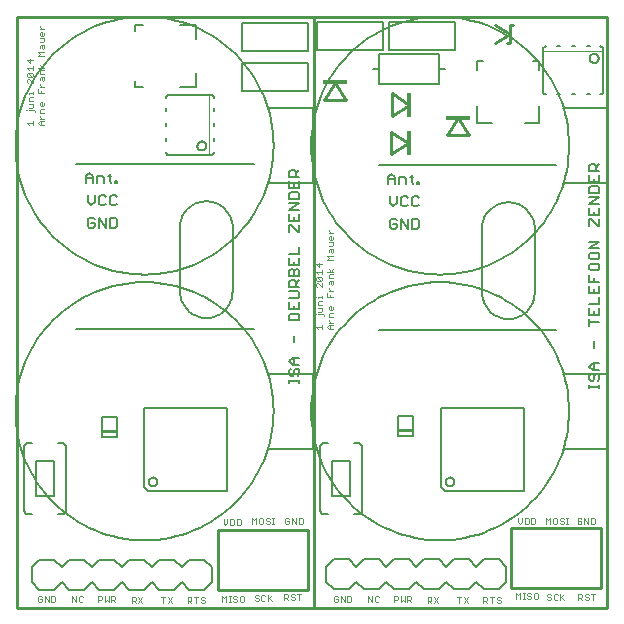
<source format=gto>
G75*
G70*
%OFA0B0*%
%FSLAX24Y24*%
%IPPOS*%
%LPD*%
%AMOC8*
5,1,8,0,0,1.08239X$1,22.5*
%
%ADD10C,0.0100*%
%ADD11C,0.0040*%
%ADD12C,0.0060*%
%ADD13C,0.0050*%
%ADD14C,0.0020*%
%ADD15R,0.0118X0.0827*%
%ADD16R,0.0827X0.0118*%
D10*
X001167Y000456D02*
X001167Y020131D01*
X020842Y020131D01*
X020842Y020156D01*
X020842Y020131D02*
X020842Y000456D01*
X001167Y000456D01*
X007855Y001050D02*
X007855Y003050D01*
X010855Y003050D01*
X010855Y001050D01*
X007855Y001050D01*
X011047Y000456D02*
X011047Y020126D01*
X011757Y017941D02*
X011383Y017370D01*
X012131Y017370D01*
X011757Y017941D01*
X013651Y017600D02*
X013651Y016852D01*
X014222Y017226D01*
X013651Y017600D01*
X013641Y016310D02*
X014212Y015936D01*
X013641Y015562D01*
X013641Y016310D01*
X015493Y016200D02*
X015867Y016771D01*
X016241Y016200D01*
X015493Y016200D01*
X017087Y019266D02*
X017587Y019566D01*
X017587Y019866D01*
X017687Y019866D01*
X017587Y019566D02*
X017587Y019266D01*
X017487Y019266D01*
X017587Y019566D02*
X017087Y019866D01*
X017635Y003096D02*
X017635Y001096D01*
X020635Y001096D01*
X020635Y003096D01*
X017635Y003096D01*
D11*
X017867Y003303D02*
X017867Y003436D01*
X018000Y003436D02*
X018000Y003303D01*
X017933Y003236D01*
X017867Y003303D01*
X018088Y003236D02*
X018088Y003436D01*
X018188Y003436D01*
X018221Y003403D01*
X018221Y003269D01*
X018188Y003236D01*
X018088Y003236D01*
X018309Y003236D02*
X018309Y003436D01*
X018409Y003436D01*
X018442Y003403D01*
X018442Y003269D01*
X018409Y003236D01*
X018309Y003236D01*
X018807Y003236D02*
X018807Y003436D01*
X018873Y003370D01*
X018940Y003436D01*
X018940Y003236D01*
X019028Y003269D02*
X019061Y003236D01*
X019128Y003236D01*
X019161Y003269D01*
X019161Y003403D01*
X019128Y003436D01*
X019061Y003436D01*
X019028Y003403D01*
X019028Y003269D01*
X019249Y003269D02*
X019282Y003236D01*
X019349Y003236D01*
X019382Y003269D01*
X019382Y003303D01*
X019349Y003336D01*
X019282Y003336D01*
X019249Y003370D01*
X019249Y003403D01*
X019282Y003436D01*
X019349Y003436D01*
X019382Y003403D01*
X019470Y003436D02*
X019536Y003436D01*
X019503Y003436D02*
X019503Y003236D01*
X019470Y003236D02*
X019536Y003236D01*
X019847Y003289D02*
X019847Y003423D01*
X019880Y003456D01*
X019947Y003456D01*
X019980Y003423D01*
X019980Y003356D02*
X019913Y003356D01*
X019980Y003356D02*
X019980Y003289D01*
X019947Y003256D01*
X019880Y003256D01*
X019847Y003289D01*
X020068Y003256D02*
X020068Y003456D01*
X020201Y003256D01*
X020201Y003456D01*
X020289Y003456D02*
X020289Y003256D01*
X020389Y003256D01*
X020422Y003289D01*
X020422Y003423D01*
X020389Y003456D01*
X020289Y003456D01*
X020309Y000896D02*
X020442Y000896D01*
X020375Y000896D02*
X020375Y000696D01*
X020221Y000729D02*
X020188Y000696D01*
X020121Y000696D01*
X020088Y000729D01*
X020121Y000796D02*
X020188Y000796D01*
X020221Y000763D01*
X020221Y000729D01*
X020121Y000796D02*
X020088Y000830D01*
X020088Y000863D01*
X020121Y000896D01*
X020188Y000896D01*
X020221Y000863D01*
X020000Y000863D02*
X020000Y000796D01*
X019967Y000763D01*
X019867Y000763D01*
X019933Y000763D02*
X020000Y000696D01*
X019867Y000696D02*
X019867Y000896D01*
X019967Y000896D01*
X020000Y000863D01*
X019402Y000916D02*
X019269Y000783D01*
X019302Y000816D02*
X019402Y000716D01*
X019269Y000716D02*
X019269Y000916D01*
X019181Y000883D02*
X019148Y000916D01*
X019081Y000916D01*
X019048Y000883D01*
X019048Y000749D01*
X019081Y000716D01*
X019148Y000716D01*
X019181Y000749D01*
X018960Y000749D02*
X018927Y000716D01*
X018860Y000716D01*
X018827Y000749D01*
X018860Y000816D02*
X018827Y000850D01*
X018827Y000883D01*
X018860Y000916D01*
X018927Y000916D01*
X018960Y000883D01*
X018927Y000816D02*
X018960Y000783D01*
X018960Y000749D01*
X018927Y000816D02*
X018860Y000816D01*
X018529Y000769D02*
X018529Y000903D01*
X018496Y000936D01*
X018429Y000936D01*
X018396Y000903D01*
X018396Y000769D01*
X018429Y000736D01*
X018496Y000736D01*
X018529Y000769D01*
X018308Y000769D02*
X018275Y000736D01*
X018208Y000736D01*
X018175Y000769D01*
X018208Y000836D02*
X018275Y000836D01*
X018308Y000803D01*
X018308Y000769D01*
X018208Y000836D02*
X018175Y000870D01*
X018175Y000903D01*
X018208Y000936D01*
X018275Y000936D01*
X018308Y000903D01*
X018094Y000936D02*
X018028Y000936D01*
X018061Y000936D02*
X018061Y000736D01*
X018028Y000736D02*
X018094Y000736D01*
X017940Y000736D02*
X017940Y000936D01*
X017873Y000870D01*
X017807Y000936D01*
X017807Y000736D01*
X017282Y000783D02*
X017249Y000816D01*
X017182Y000816D01*
X017149Y000783D01*
X017149Y000750D01*
X017182Y000716D01*
X017249Y000716D01*
X017282Y000683D01*
X017282Y000649D01*
X017249Y000616D01*
X017182Y000616D01*
X017149Y000649D01*
X016994Y000616D02*
X016994Y000816D01*
X016928Y000816D02*
X017061Y000816D01*
X016840Y000783D02*
X016840Y000716D01*
X016807Y000683D01*
X016707Y000683D01*
X016773Y000683D02*
X016840Y000616D01*
X016707Y000616D02*
X016707Y000816D01*
X016807Y000816D01*
X016840Y000783D01*
X016181Y000816D02*
X016048Y000616D01*
X016181Y000616D02*
X016048Y000816D01*
X015960Y000816D02*
X015827Y000816D01*
X015893Y000816D02*
X015893Y000616D01*
X015201Y000616D02*
X015068Y000816D01*
X014980Y000783D02*
X014980Y000716D01*
X014947Y000683D01*
X014847Y000683D01*
X014913Y000683D02*
X014980Y000616D01*
X015068Y000616D02*
X015201Y000816D01*
X014980Y000783D02*
X014947Y000816D01*
X014847Y000816D01*
X014847Y000616D01*
X014302Y000636D02*
X014235Y000703D01*
X014269Y000703D02*
X014169Y000703D01*
X014169Y000636D02*
X014169Y000836D01*
X014269Y000836D01*
X014302Y000803D01*
X014302Y000736D01*
X014269Y000703D01*
X014081Y000636D02*
X014081Y000836D01*
X013948Y000836D02*
X013948Y000636D01*
X014014Y000703D01*
X014081Y000636D01*
X013860Y000736D02*
X013827Y000703D01*
X013727Y000703D01*
X013727Y000636D02*
X013727Y000836D01*
X013827Y000836D01*
X013860Y000803D01*
X013860Y000736D01*
X013221Y000669D02*
X013188Y000636D01*
X013121Y000636D01*
X013088Y000669D01*
X013088Y000803D01*
X013121Y000836D01*
X013188Y000836D01*
X013221Y000803D01*
X013000Y000836D02*
X013000Y000636D01*
X012867Y000836D01*
X012867Y000636D01*
X012302Y000689D02*
X012302Y000823D01*
X012269Y000856D01*
X012169Y000856D01*
X012169Y000656D01*
X012269Y000656D01*
X012302Y000689D01*
X012081Y000656D02*
X012081Y000856D01*
X011948Y000856D02*
X012081Y000656D01*
X011948Y000656D02*
X011948Y000856D01*
X011860Y000823D02*
X011827Y000856D01*
X011760Y000856D01*
X011727Y000823D01*
X011727Y000689D01*
X011760Y000656D01*
X011827Y000656D01*
X011860Y000689D01*
X011860Y000756D01*
X011793Y000756D01*
X010642Y000896D02*
X010509Y000896D01*
X010575Y000896D02*
X010575Y000696D01*
X010421Y000729D02*
X010388Y000696D01*
X010321Y000696D01*
X010288Y000729D01*
X010321Y000796D02*
X010388Y000796D01*
X010421Y000763D01*
X010421Y000729D01*
X010321Y000796D02*
X010288Y000830D01*
X010288Y000863D01*
X010321Y000896D01*
X010388Y000896D01*
X010421Y000863D01*
X010200Y000863D02*
X010200Y000796D01*
X010167Y000763D01*
X010067Y000763D01*
X010133Y000763D02*
X010200Y000696D01*
X010067Y000696D02*
X010067Y000896D01*
X010167Y000896D01*
X010200Y000863D01*
X009662Y000876D02*
X009529Y000743D01*
X009562Y000776D02*
X009662Y000676D01*
X009529Y000676D02*
X009529Y000876D01*
X009441Y000843D02*
X009408Y000876D01*
X009341Y000876D01*
X009308Y000843D01*
X009308Y000709D01*
X009341Y000676D01*
X009408Y000676D01*
X009441Y000709D01*
X009220Y000709D02*
X009220Y000743D01*
X009187Y000776D01*
X009120Y000776D01*
X009087Y000810D01*
X009087Y000843D01*
X009120Y000876D01*
X009187Y000876D01*
X009220Y000843D01*
X009220Y000709D02*
X009187Y000676D01*
X009120Y000676D01*
X009087Y000709D01*
X008729Y000689D02*
X008729Y000823D01*
X008696Y000856D01*
X008629Y000856D01*
X008596Y000823D01*
X008596Y000689D01*
X008629Y000656D01*
X008696Y000656D01*
X008729Y000689D01*
X008508Y000689D02*
X008508Y000723D01*
X008475Y000756D01*
X008408Y000756D01*
X008375Y000790D01*
X008375Y000823D01*
X008408Y000856D01*
X008475Y000856D01*
X008508Y000823D01*
X008508Y000689D02*
X008475Y000656D01*
X008408Y000656D01*
X008375Y000689D01*
X008294Y000656D02*
X008228Y000656D01*
X008261Y000656D02*
X008261Y000856D01*
X008228Y000856D02*
X008294Y000856D01*
X008140Y000856D02*
X008140Y000656D01*
X008007Y000656D02*
X008007Y000856D01*
X008073Y000790D01*
X008140Y000856D01*
X007422Y000783D02*
X007389Y000816D01*
X007322Y000816D01*
X007289Y000783D01*
X007289Y000750D01*
X007322Y000716D01*
X007389Y000716D01*
X007422Y000683D01*
X007422Y000649D01*
X007389Y000616D01*
X007322Y000616D01*
X007289Y000649D01*
X007134Y000616D02*
X007134Y000816D01*
X007068Y000816D02*
X007201Y000816D01*
X006980Y000783D02*
X006980Y000716D01*
X006947Y000683D01*
X006847Y000683D01*
X006913Y000683D02*
X006980Y000616D01*
X006847Y000616D02*
X006847Y000816D01*
X006947Y000816D01*
X006980Y000783D01*
X006321Y000816D02*
X006188Y000616D01*
X006321Y000616D02*
X006188Y000816D01*
X006100Y000816D02*
X005967Y000816D01*
X006033Y000816D02*
X006033Y000616D01*
X005341Y000616D02*
X005208Y000816D01*
X005120Y000783D02*
X005120Y000716D01*
X005087Y000683D01*
X004987Y000683D01*
X005053Y000683D02*
X005120Y000616D01*
X005208Y000616D02*
X005341Y000816D01*
X005120Y000783D02*
X005087Y000816D01*
X004987Y000816D01*
X004987Y000616D01*
X004442Y000636D02*
X004375Y000703D01*
X004409Y000703D02*
X004309Y000703D01*
X004309Y000636D02*
X004309Y000836D01*
X004409Y000836D01*
X004442Y000803D01*
X004442Y000736D01*
X004409Y000703D01*
X004221Y000636D02*
X004221Y000836D01*
X004088Y000836D02*
X004088Y000636D01*
X004154Y000703D01*
X004221Y000636D01*
X004000Y000736D02*
X003967Y000703D01*
X003867Y000703D01*
X003867Y000636D02*
X003867Y000836D01*
X003967Y000836D01*
X004000Y000803D01*
X004000Y000736D01*
X003361Y000669D02*
X003328Y000636D01*
X003261Y000636D01*
X003228Y000669D01*
X003228Y000803D01*
X003261Y000836D01*
X003328Y000836D01*
X003361Y000803D01*
X003140Y000836D02*
X003140Y000636D01*
X003007Y000836D01*
X003007Y000636D01*
X002442Y000689D02*
X002442Y000823D01*
X002409Y000856D01*
X002309Y000856D01*
X002309Y000656D01*
X002409Y000656D01*
X002442Y000689D01*
X002221Y000656D02*
X002221Y000856D01*
X002088Y000856D02*
X002088Y000656D01*
X002000Y000689D02*
X002000Y000756D01*
X001933Y000756D01*
X001867Y000823D02*
X001867Y000689D01*
X001900Y000656D01*
X001967Y000656D01*
X002000Y000689D01*
X002000Y000823D02*
X001967Y000856D01*
X001900Y000856D01*
X001867Y000823D01*
X002088Y000856D02*
X002221Y000656D01*
X008047Y003283D02*
X008113Y003216D01*
X008180Y003283D01*
X008180Y003416D01*
X008268Y003416D02*
X008368Y003416D01*
X008401Y003383D01*
X008401Y003249D01*
X008368Y003216D01*
X008268Y003216D01*
X008268Y003416D01*
X008489Y003416D02*
X008489Y003216D01*
X008589Y003216D01*
X008622Y003249D01*
X008622Y003383D01*
X008589Y003416D01*
X008489Y003416D01*
X008047Y003416D02*
X008047Y003283D01*
X009007Y003236D02*
X009007Y003436D01*
X009073Y003370D01*
X009140Y003436D01*
X009140Y003236D01*
X009228Y003269D02*
X009261Y003236D01*
X009328Y003236D01*
X009361Y003269D01*
X009361Y003403D01*
X009328Y003436D01*
X009261Y003436D01*
X009228Y003403D01*
X009228Y003269D01*
X009449Y003269D02*
X009482Y003236D01*
X009549Y003236D01*
X009582Y003269D01*
X009582Y003303D01*
X009549Y003336D01*
X009482Y003336D01*
X009449Y003370D01*
X009449Y003403D01*
X009482Y003436D01*
X009549Y003436D01*
X009582Y003403D01*
X009670Y003436D02*
X009736Y003436D01*
X009703Y003436D02*
X009703Y003236D01*
X009670Y003236D02*
X009736Y003236D01*
X010107Y003269D02*
X010140Y003236D01*
X010207Y003236D01*
X010240Y003269D01*
X010240Y003336D01*
X010173Y003336D01*
X010107Y003403D02*
X010107Y003269D01*
X010107Y003403D02*
X010140Y003436D01*
X010207Y003436D01*
X010240Y003403D01*
X010328Y003436D02*
X010461Y003236D01*
X010461Y003436D01*
X010549Y003436D02*
X010549Y003236D01*
X010649Y003236D01*
X010682Y003269D01*
X010682Y003403D01*
X010649Y003436D01*
X010549Y003436D01*
X010328Y003436D02*
X010328Y003236D01*
X011193Y009736D02*
X011126Y009803D01*
X011327Y009803D01*
X011327Y009736D02*
X011327Y009870D01*
X011486Y009803D02*
X011553Y009736D01*
X011687Y009736D01*
X011587Y009736D02*
X011587Y009870D01*
X011553Y009870D02*
X011687Y009870D01*
X011687Y009957D02*
X011553Y009957D01*
X011620Y009957D02*
X011553Y010024D01*
X011553Y010057D01*
X011553Y010141D02*
X011553Y010241D01*
X011587Y010275D01*
X011687Y010275D01*
X011653Y010362D02*
X011587Y010362D01*
X011553Y010396D01*
X011553Y010462D01*
X011587Y010496D01*
X011620Y010496D01*
X011620Y010362D01*
X011653Y010362D02*
X011687Y010396D01*
X011687Y010462D01*
X011687Y010804D02*
X011486Y010804D01*
X011486Y010938D01*
X011553Y011025D02*
X011687Y011025D01*
X011620Y011025D02*
X011553Y011092D01*
X011553Y011125D01*
X011553Y011243D02*
X011553Y011309D01*
X011587Y011343D01*
X011687Y011343D01*
X011687Y011243D01*
X011653Y011209D01*
X011620Y011243D01*
X011620Y011343D01*
X011687Y011430D02*
X011553Y011430D01*
X011553Y011530D01*
X011587Y011564D01*
X011687Y011564D01*
X011687Y011651D02*
X011486Y011651D01*
X011553Y011751D02*
X011620Y011651D01*
X011687Y011751D01*
X011687Y012056D02*
X011486Y012056D01*
X011553Y012123D01*
X011486Y012190D01*
X011687Y012190D01*
X011653Y012277D02*
X011620Y012311D01*
X011620Y012411D01*
X011587Y012411D02*
X011687Y012411D01*
X011687Y012311D01*
X011653Y012277D01*
X011553Y012311D02*
X011553Y012378D01*
X011587Y012411D01*
X011553Y012498D02*
X011653Y012498D01*
X011687Y012532D01*
X011687Y012632D01*
X011553Y012632D01*
X011587Y012719D02*
X011553Y012753D01*
X011553Y012820D01*
X011587Y012853D01*
X011620Y012853D01*
X011620Y012719D01*
X011653Y012719D02*
X011587Y012719D01*
X011653Y012719D02*
X011687Y012753D01*
X011687Y012820D01*
X011687Y012940D02*
X011553Y012940D01*
X011620Y012940D02*
X011553Y013007D01*
X011553Y013041D01*
X011227Y011932D02*
X011227Y011799D01*
X011126Y011899D01*
X011327Y011899D01*
X011327Y011711D02*
X011327Y011578D01*
X011327Y011644D02*
X011126Y011644D01*
X011193Y011578D01*
X011160Y011490D02*
X011293Y011490D01*
X011327Y011457D01*
X011327Y011390D01*
X011293Y011357D01*
X011160Y011490D01*
X011126Y011457D01*
X011126Y011390D01*
X011160Y011357D01*
X011293Y011357D01*
X011327Y011269D02*
X011327Y011136D01*
X011193Y011269D01*
X011160Y011269D01*
X011126Y011236D01*
X011126Y011169D01*
X011160Y011136D01*
X011193Y010801D02*
X011327Y010801D01*
X011327Y010834D02*
X011327Y010767D01*
X011327Y010680D02*
X011227Y010680D01*
X011193Y010646D01*
X011193Y010546D01*
X011327Y010546D01*
X011327Y010459D02*
X011193Y010459D01*
X011193Y010325D02*
X011293Y010325D01*
X011327Y010359D01*
X011327Y010459D01*
X011360Y010245D02*
X011193Y010245D01*
X011126Y010245D02*
X011093Y010245D01*
X011360Y010245D02*
X011393Y010211D01*
X011393Y010178D01*
X011553Y010141D02*
X011687Y010141D01*
X011553Y009870D02*
X011486Y009803D01*
X011587Y010804D02*
X011587Y010871D01*
X011193Y010801D02*
X011193Y010767D01*
X011126Y010801D02*
X011093Y010801D01*
X002067Y016536D02*
X001933Y016536D01*
X001866Y016603D01*
X001933Y016670D01*
X002067Y016670D01*
X002067Y016757D02*
X001933Y016757D01*
X001933Y016824D02*
X001933Y016857D01*
X001933Y016824D02*
X002000Y016757D01*
X001967Y016670D02*
X001967Y016536D01*
X001707Y016536D02*
X001707Y016670D01*
X001707Y016603D02*
X001506Y016603D01*
X001573Y016536D01*
X001773Y016978D02*
X001773Y017011D01*
X001740Y017045D01*
X001573Y017045D01*
X001506Y017045D02*
X001473Y017045D01*
X001573Y017125D02*
X001673Y017125D01*
X001707Y017159D01*
X001707Y017259D01*
X001573Y017259D01*
X001573Y017346D02*
X001573Y017446D01*
X001607Y017480D01*
X001707Y017480D01*
X001707Y017567D02*
X001707Y017634D01*
X001707Y017601D02*
X001573Y017601D01*
X001573Y017567D01*
X001506Y017601D02*
X001473Y017601D01*
X001573Y017346D02*
X001707Y017346D01*
X001933Y017262D02*
X001967Y017296D01*
X002000Y017296D01*
X002000Y017162D01*
X002033Y017162D02*
X001967Y017162D01*
X001933Y017196D01*
X001933Y017262D01*
X002067Y017262D02*
X002067Y017196D01*
X002033Y017162D01*
X002067Y017075D02*
X001967Y017075D01*
X001933Y017041D01*
X001933Y016941D01*
X002067Y016941D01*
X002067Y017604D02*
X001866Y017604D01*
X001866Y017738D01*
X001933Y017825D02*
X002067Y017825D01*
X002000Y017825D02*
X001933Y017892D01*
X001933Y017925D01*
X001933Y018043D02*
X001933Y018109D01*
X001967Y018143D01*
X002067Y018143D01*
X002067Y018043D01*
X002033Y018009D01*
X002000Y018043D01*
X002000Y018143D01*
X002067Y018230D02*
X001933Y018230D01*
X001933Y018330D01*
X001967Y018364D01*
X002067Y018364D01*
X002067Y018451D02*
X001866Y018451D01*
X001933Y018551D02*
X002000Y018451D01*
X002067Y018551D01*
X002067Y018856D02*
X001866Y018856D01*
X001933Y018923D01*
X001866Y018990D01*
X002067Y018990D01*
X002033Y019077D02*
X002000Y019111D01*
X002000Y019211D01*
X001967Y019211D02*
X002067Y019211D01*
X002067Y019111D01*
X002033Y019077D01*
X001933Y019111D02*
X001933Y019178D01*
X001967Y019211D01*
X001933Y019298D02*
X002033Y019298D01*
X002067Y019332D01*
X002067Y019432D01*
X001933Y019432D01*
X001967Y019519D02*
X001933Y019553D01*
X001933Y019620D01*
X001967Y019653D01*
X002000Y019653D01*
X002000Y019519D01*
X002033Y019519D02*
X001967Y019519D01*
X002033Y019519D02*
X002067Y019553D01*
X002067Y019620D01*
X002067Y019740D02*
X001933Y019740D01*
X002000Y019740D02*
X001933Y019807D01*
X001933Y019841D01*
X001607Y018732D02*
X001607Y018599D01*
X001506Y018699D01*
X001707Y018699D01*
X001707Y018511D02*
X001707Y018378D01*
X001707Y018444D02*
X001506Y018444D01*
X001573Y018378D01*
X001540Y018290D02*
X001673Y018157D01*
X001707Y018190D01*
X001707Y018257D01*
X001673Y018290D01*
X001540Y018290D01*
X001506Y018257D01*
X001506Y018190D01*
X001540Y018157D01*
X001673Y018157D01*
X001707Y018069D02*
X001707Y017936D01*
X001573Y018069D01*
X001540Y018069D01*
X001506Y018036D01*
X001506Y017969D01*
X001540Y017936D01*
X001967Y017671D02*
X001967Y017604D01*
D12*
X003575Y014960D02*
X003461Y014846D01*
X003461Y014620D01*
X003461Y014790D02*
X003688Y014790D01*
X003688Y014846D02*
X003688Y014620D01*
X003830Y014620D02*
X003830Y014846D01*
X004000Y014846D01*
X004057Y014790D01*
X004057Y014620D01*
X004255Y014676D02*
X004255Y014903D01*
X004311Y014846D02*
X004198Y014846D01*
X004255Y014676D02*
X004311Y014620D01*
X004444Y014620D02*
X004500Y014620D01*
X004500Y014676D01*
X004444Y014676D01*
X004444Y014620D01*
X004430Y014210D02*
X004316Y014210D01*
X004259Y014153D01*
X004259Y013926D01*
X004316Y013870D01*
X004430Y013870D01*
X004486Y013926D01*
X004486Y014153D02*
X004430Y014210D01*
X004118Y014153D02*
X004061Y014210D01*
X003948Y014210D01*
X003891Y014153D01*
X003891Y013926D01*
X003948Y013870D01*
X004061Y013870D01*
X004118Y013926D01*
X003750Y013983D02*
X003750Y014210D01*
X003750Y013983D02*
X003636Y013870D01*
X003523Y013983D01*
X003523Y014210D01*
X003688Y014846D02*
X003575Y014960D01*
X003580Y013460D02*
X003523Y013403D01*
X003523Y013176D01*
X003580Y013120D01*
X003693Y013120D01*
X003750Y013176D01*
X003750Y013290D01*
X003636Y013290D01*
X003750Y013403D02*
X003693Y013460D01*
X003580Y013460D01*
X003891Y013460D02*
X003891Y013120D01*
X004118Y013120D02*
X003891Y013460D01*
X004118Y013460D02*
X004118Y013120D01*
X004259Y013120D02*
X004259Y013460D01*
X004430Y013460D01*
X004486Y013403D01*
X004486Y013176D01*
X004430Y013120D01*
X004259Y013120D01*
X006227Y015546D02*
X007627Y015546D01*
X007644Y015548D01*
X007661Y015552D01*
X007677Y015559D01*
X007691Y015569D01*
X007704Y015582D01*
X007714Y015596D01*
X007721Y015612D01*
X007725Y015629D01*
X007727Y015646D01*
X007727Y015996D02*
X007727Y016096D01*
X007727Y016496D02*
X007727Y016596D01*
X007727Y016996D02*
X007727Y017096D01*
X007727Y017446D02*
X007725Y017463D01*
X007721Y017480D01*
X007714Y017496D01*
X007704Y017510D01*
X007691Y017523D01*
X007677Y017533D01*
X007661Y017540D01*
X007644Y017544D01*
X007627Y017546D01*
X006227Y017546D01*
X006210Y017544D01*
X006193Y017540D01*
X006177Y017533D01*
X006163Y017523D01*
X006150Y017510D01*
X006140Y017496D01*
X006133Y017480D01*
X006129Y017463D01*
X006127Y017446D01*
X006127Y017096D02*
X006127Y016996D01*
X006127Y016596D02*
X006127Y016496D01*
X006127Y016096D02*
X006127Y015996D01*
X006127Y015646D02*
X006129Y015629D01*
X006133Y015612D01*
X006140Y015596D01*
X006150Y015582D01*
X006163Y015569D01*
X006177Y015559D01*
X006193Y015552D01*
X006210Y015548D01*
X006227Y015546D01*
X007177Y015846D02*
X007179Y015870D01*
X007185Y015894D01*
X007194Y015916D01*
X007207Y015936D01*
X007223Y015954D01*
X007242Y015969D01*
X007263Y015982D01*
X007285Y015990D01*
X007309Y015995D01*
X007333Y015996D01*
X007357Y015993D01*
X007380Y015986D01*
X007402Y015976D01*
X007422Y015962D01*
X007439Y015945D01*
X007454Y015926D01*
X007465Y015905D01*
X007473Y015882D01*
X007477Y015858D01*
X007477Y015834D01*
X007473Y015810D01*
X007465Y015787D01*
X007454Y015766D01*
X007439Y015747D01*
X007422Y015730D01*
X007402Y015716D01*
X007380Y015706D01*
X007357Y015699D01*
X007333Y015696D01*
X007309Y015697D01*
X007285Y015702D01*
X007263Y015710D01*
X007242Y015723D01*
X007223Y015738D01*
X007207Y015756D01*
X007194Y015776D01*
X007185Y015798D01*
X007179Y015822D01*
X007177Y015846D01*
X008647Y017676D02*
X010847Y017676D01*
X010847Y018596D01*
X008647Y018596D01*
X008647Y017676D01*
X008647Y019016D02*
X010847Y019016D01*
X010847Y019936D01*
X008647Y019936D01*
X008647Y019016D01*
X011177Y019056D02*
X013377Y019056D01*
X013377Y019976D01*
X011177Y019976D01*
X011177Y019056D01*
X013027Y018396D02*
X013227Y018396D01*
X013227Y017896D01*
X015227Y017896D01*
X015227Y018396D01*
X015227Y018896D01*
X013227Y018896D01*
X013227Y018396D01*
X013557Y019046D02*
X015757Y019046D01*
X015757Y019966D01*
X013557Y019966D01*
X013557Y019046D01*
X015227Y018396D02*
X015427Y018396D01*
X018697Y019066D02*
X018697Y017666D01*
X018699Y017649D01*
X018703Y017632D01*
X018710Y017616D01*
X018720Y017602D01*
X018733Y017589D01*
X018747Y017579D01*
X018763Y017572D01*
X018780Y017568D01*
X018797Y017566D01*
X019147Y017566D02*
X019247Y017566D01*
X019647Y017566D02*
X019747Y017566D01*
X020147Y017566D02*
X020247Y017566D01*
X020597Y017566D02*
X020614Y017568D01*
X020631Y017572D01*
X020647Y017579D01*
X020661Y017589D01*
X020674Y017602D01*
X020684Y017616D01*
X020691Y017632D01*
X020695Y017649D01*
X020697Y017666D01*
X020697Y019066D01*
X020695Y019083D01*
X020691Y019100D01*
X020684Y019116D01*
X020674Y019130D01*
X020661Y019143D01*
X020647Y019153D01*
X020631Y019160D01*
X020614Y019164D01*
X020597Y019166D01*
X020247Y019166D02*
X020147Y019166D01*
X019747Y019166D02*
X019647Y019166D01*
X019247Y019166D02*
X019147Y019166D01*
X018797Y019166D02*
X018780Y019164D01*
X018763Y019160D01*
X018747Y019153D01*
X018733Y019143D01*
X018720Y019130D01*
X018710Y019116D01*
X018703Y019100D01*
X018699Y019083D01*
X018697Y019066D01*
X020247Y018766D02*
X020249Y018790D01*
X020255Y018814D01*
X020264Y018836D01*
X020277Y018856D01*
X020293Y018874D01*
X020312Y018889D01*
X020333Y018902D01*
X020355Y018910D01*
X020379Y018915D01*
X020403Y018916D01*
X020427Y018913D01*
X020450Y018906D01*
X020472Y018896D01*
X020492Y018882D01*
X020509Y018865D01*
X020524Y018846D01*
X020535Y018825D01*
X020543Y018802D01*
X020547Y018778D01*
X020547Y018754D01*
X020543Y018730D01*
X020535Y018707D01*
X020524Y018686D01*
X020509Y018667D01*
X020492Y018650D01*
X020472Y018636D01*
X020450Y018626D01*
X020427Y018619D01*
X020403Y018616D01*
X020379Y018617D01*
X020355Y018622D01*
X020333Y018630D01*
X020312Y018643D01*
X020293Y018658D01*
X020277Y018676D01*
X020264Y018696D01*
X020255Y018718D01*
X020249Y018742D01*
X020247Y018766D01*
X020293Y015236D02*
X020407Y015236D01*
X020463Y015180D01*
X020463Y015010D01*
X020463Y015123D02*
X020577Y015236D01*
X020577Y015010D02*
X020236Y015010D01*
X020236Y015180D01*
X020293Y015236D01*
X020236Y014868D02*
X020236Y014641D01*
X020577Y014641D01*
X020577Y014868D01*
X020407Y014755D02*
X020407Y014641D01*
X020520Y014500D02*
X020293Y014500D01*
X020236Y014443D01*
X020236Y014273D01*
X020577Y014273D01*
X020577Y014443D01*
X020520Y014500D01*
X020577Y014132D02*
X020236Y014132D01*
X020236Y013905D02*
X020577Y014132D01*
X020577Y013905D02*
X020236Y013905D01*
X020236Y013763D02*
X020236Y013536D01*
X020577Y013536D01*
X020577Y013763D01*
X020407Y013650D02*
X020407Y013536D01*
X020293Y013395D02*
X020520Y013168D01*
X020577Y013168D01*
X020577Y013395D01*
X020293Y013395D02*
X020236Y013395D01*
X020236Y013168D01*
X020236Y012658D02*
X020577Y012658D01*
X020236Y012431D01*
X020577Y012431D01*
X020520Y012290D02*
X020293Y012290D01*
X020236Y012233D01*
X020236Y012120D01*
X020293Y012063D01*
X020520Y012063D01*
X020577Y012120D01*
X020577Y012233D01*
X020520Y012290D01*
X020520Y011922D02*
X020293Y011922D01*
X020236Y011865D01*
X020236Y011752D01*
X020293Y011695D01*
X020520Y011695D01*
X020577Y011752D01*
X020577Y011865D01*
X020520Y011922D01*
X020236Y011553D02*
X020236Y011326D01*
X020577Y011326D01*
X020577Y011185D02*
X020577Y010958D01*
X020236Y010958D01*
X020236Y011185D01*
X020407Y011072D02*
X020407Y010958D01*
X020577Y010817D02*
X020577Y010590D01*
X020236Y010590D01*
X020236Y010448D02*
X020236Y010222D01*
X020577Y010222D01*
X020577Y010448D01*
X020407Y010335D02*
X020407Y010222D01*
X020236Y010080D02*
X020236Y009853D01*
X020236Y009967D02*
X020577Y009967D01*
X020407Y009343D02*
X020407Y009117D01*
X020407Y008607D02*
X020407Y008380D01*
X020350Y008380D02*
X020236Y008493D01*
X020350Y008607D01*
X020577Y008607D01*
X020577Y008380D02*
X020350Y008380D01*
X020293Y008239D02*
X020236Y008182D01*
X020236Y008068D01*
X020293Y008012D01*
X020350Y008012D01*
X020407Y008068D01*
X020407Y008182D01*
X020463Y008239D01*
X020520Y008239D01*
X020577Y008182D01*
X020577Y008068D01*
X020520Y008012D01*
X020577Y007880D02*
X020577Y007766D01*
X020577Y007823D02*
X020236Y007823D01*
X020236Y007766D02*
X020236Y007880D01*
X018053Y007115D02*
X018053Y004355D01*
X015433Y004355D01*
X015293Y004494D01*
X015293Y007115D01*
X018053Y007115D01*
X015452Y004655D02*
X015454Y004678D01*
X015460Y004701D01*
X015469Y004722D01*
X015482Y004742D01*
X015498Y004759D01*
X015516Y004773D01*
X015536Y004784D01*
X015558Y004792D01*
X015581Y004796D01*
X015605Y004796D01*
X015628Y004792D01*
X015650Y004784D01*
X015670Y004773D01*
X015688Y004759D01*
X015704Y004742D01*
X015717Y004722D01*
X015726Y004701D01*
X015732Y004678D01*
X015734Y004655D01*
X015732Y004632D01*
X015726Y004609D01*
X015717Y004588D01*
X015704Y004568D01*
X015688Y004551D01*
X015670Y004537D01*
X015650Y004526D01*
X015628Y004518D01*
X015605Y004514D01*
X015581Y004514D01*
X015558Y004518D01*
X015536Y004526D01*
X015516Y004537D01*
X015498Y004551D01*
X015482Y004568D01*
X015469Y004588D01*
X015460Y004609D01*
X015454Y004632D01*
X015452Y004655D01*
X015217Y002068D02*
X014717Y002068D01*
X014467Y001818D01*
X014217Y002068D01*
X013717Y002068D01*
X013467Y001818D01*
X013217Y002068D01*
X012717Y002068D01*
X012467Y001818D01*
X012217Y002068D01*
X011717Y002068D01*
X011467Y001818D01*
X011467Y001318D01*
X011717Y001068D01*
X012217Y001068D01*
X012467Y001318D01*
X012717Y001068D01*
X013217Y001068D01*
X013467Y001318D01*
X013717Y001068D01*
X014217Y001068D01*
X014467Y001318D01*
X014717Y001068D01*
X015217Y001068D01*
X015467Y001318D01*
X015717Y001068D01*
X016217Y001068D01*
X016467Y001318D01*
X016717Y001068D01*
X017217Y001068D01*
X017467Y001318D01*
X017467Y001818D01*
X017217Y002068D01*
X016717Y002068D01*
X016467Y001818D01*
X016217Y002068D01*
X015717Y002068D01*
X015467Y001818D01*
X015217Y002068D01*
X010577Y007946D02*
X010577Y008060D01*
X010577Y008003D02*
X010236Y008003D01*
X010236Y007946D02*
X010236Y008060D01*
X010293Y008192D02*
X010350Y008192D01*
X010407Y008248D01*
X010407Y008362D01*
X010463Y008419D01*
X010520Y008419D01*
X010577Y008362D01*
X010577Y008248D01*
X010520Y008192D01*
X010293Y008192D02*
X010236Y008248D01*
X010236Y008362D01*
X010293Y008419D01*
X010350Y008560D02*
X010236Y008673D01*
X010350Y008787D01*
X010577Y008787D01*
X010407Y008787D02*
X010407Y008560D01*
X010350Y008560D02*
X010577Y008560D01*
X010407Y009297D02*
X010407Y009523D01*
X010236Y010033D02*
X010577Y010033D01*
X010577Y010203D01*
X010520Y010260D01*
X010293Y010260D01*
X010236Y010203D01*
X010236Y010033D01*
X010236Y010402D02*
X010577Y010402D01*
X010577Y010628D01*
X010520Y010770D02*
X010236Y010770D01*
X010236Y010628D02*
X010236Y010402D01*
X010407Y010402D02*
X010407Y010515D01*
X010520Y010770D02*
X010577Y010827D01*
X010577Y010940D01*
X010520Y010997D01*
X010236Y010997D01*
X010236Y011138D02*
X010236Y011308D01*
X010293Y011365D01*
X010407Y011365D01*
X010463Y011308D01*
X010463Y011138D01*
X010463Y011252D02*
X010577Y011365D01*
X010577Y011506D02*
X010236Y011506D01*
X010236Y011677D01*
X010293Y011733D01*
X010350Y011733D01*
X010407Y011677D01*
X010407Y011506D01*
X010577Y011506D02*
X010577Y011677D01*
X010520Y011733D01*
X010463Y011733D01*
X010407Y011677D01*
X010407Y011875D02*
X010407Y011988D01*
X010236Y011875D02*
X010577Y011875D01*
X010577Y012102D01*
X010577Y012243D02*
X010236Y012243D01*
X010236Y012102D02*
X010236Y011875D01*
X010577Y012243D02*
X010577Y012470D01*
X010577Y012980D02*
X010577Y013207D01*
X010577Y013348D02*
X010236Y013348D01*
X010236Y013575D01*
X010236Y013716D02*
X010577Y013943D01*
X010236Y013943D01*
X010236Y014085D02*
X010236Y014255D01*
X010293Y014312D01*
X010520Y014312D01*
X010577Y014255D01*
X010577Y014085D01*
X010236Y014085D01*
X010236Y014453D02*
X010577Y014453D01*
X010577Y014680D01*
X010577Y014821D02*
X010236Y014821D01*
X010236Y014991D01*
X010293Y015048D01*
X010407Y015048D01*
X010463Y014991D01*
X010463Y014821D01*
X010463Y014935D02*
X010577Y015048D01*
X010236Y014680D02*
X010236Y014453D01*
X010407Y014453D02*
X010407Y014566D01*
X010577Y013716D02*
X010236Y013716D01*
X010407Y013461D02*
X010407Y013348D01*
X010577Y013348D02*
X010577Y013575D01*
X010293Y013207D02*
X010520Y012980D01*
X010577Y012980D01*
X010236Y012980D02*
X010236Y013207D01*
X010293Y013207D01*
X010236Y011138D02*
X010577Y011138D01*
X013592Y013143D02*
X013648Y013086D01*
X013762Y013086D01*
X013819Y013143D01*
X013819Y013256D01*
X013705Y013256D01*
X013592Y013143D02*
X013592Y013370D01*
X013648Y013426D01*
X013762Y013426D01*
X013819Y013370D01*
X013960Y013426D02*
X013960Y013086D01*
X014187Y013086D02*
X013960Y013426D01*
X014187Y013426D02*
X014187Y013086D01*
X014328Y013086D02*
X014498Y013086D01*
X014555Y013143D01*
X014555Y013370D01*
X014498Y013426D01*
X014328Y013426D01*
X014328Y013086D01*
X014385Y013836D02*
X014498Y013836D01*
X014555Y013893D01*
X014385Y013836D02*
X014328Y013893D01*
X014328Y014120D01*
X014385Y014176D01*
X014498Y014176D01*
X014555Y014120D01*
X014187Y014120D02*
X014130Y014176D01*
X014017Y014176D01*
X013960Y014120D01*
X013960Y013893D01*
X014017Y013836D01*
X014130Y013836D01*
X014187Y013893D01*
X013819Y013950D02*
X013819Y014176D01*
X013819Y013950D02*
X013705Y013836D01*
X013592Y013950D01*
X013592Y014176D01*
X013530Y014586D02*
X013530Y014813D01*
X013644Y014926D01*
X013757Y014813D01*
X013757Y014586D01*
X013899Y014586D02*
X013899Y014813D01*
X014069Y014813D01*
X014126Y014756D01*
X014126Y014586D01*
X014324Y014643D02*
X014324Y014870D01*
X014380Y014813D02*
X014267Y014813D01*
X014324Y014643D02*
X014380Y014586D01*
X014513Y014586D02*
X014569Y014586D01*
X014569Y014643D01*
X014513Y014643D01*
X014513Y014586D01*
X013757Y014756D02*
X013530Y014756D01*
X020407Y011440D02*
X020407Y011326D01*
X008153Y007115D02*
X008153Y004355D01*
X005533Y004355D01*
X005393Y004494D01*
X005393Y007115D01*
X008153Y007115D01*
X005552Y004655D02*
X005554Y004678D01*
X005560Y004701D01*
X005569Y004722D01*
X005582Y004742D01*
X005598Y004759D01*
X005616Y004773D01*
X005636Y004784D01*
X005658Y004792D01*
X005681Y004796D01*
X005705Y004796D01*
X005728Y004792D01*
X005750Y004784D01*
X005770Y004773D01*
X005788Y004759D01*
X005804Y004742D01*
X005817Y004722D01*
X005826Y004701D01*
X005832Y004678D01*
X005834Y004655D01*
X005832Y004632D01*
X005826Y004609D01*
X005817Y004588D01*
X005804Y004568D01*
X005788Y004551D01*
X005770Y004537D01*
X005750Y004526D01*
X005728Y004518D01*
X005705Y004514D01*
X005681Y004514D01*
X005658Y004518D01*
X005636Y004526D01*
X005616Y004537D01*
X005598Y004551D01*
X005582Y004568D01*
X005569Y004588D01*
X005560Y004609D01*
X005554Y004632D01*
X005552Y004655D01*
X005398Y002045D02*
X004898Y002045D01*
X004648Y001795D01*
X004398Y002045D01*
X003898Y002045D01*
X003648Y001795D01*
X003398Y002045D01*
X002898Y002045D01*
X002648Y001795D01*
X002398Y002045D01*
X001898Y002045D01*
X001648Y001795D01*
X001648Y001295D01*
X001898Y001045D01*
X002398Y001045D01*
X002648Y001295D01*
X002898Y001045D01*
X003398Y001045D01*
X003648Y001295D01*
X003898Y001045D01*
X004398Y001045D01*
X004648Y001295D01*
X004898Y001045D01*
X005398Y001045D01*
X005648Y001295D01*
X005898Y001045D01*
X006398Y001045D01*
X006648Y001295D01*
X006898Y001045D01*
X007398Y001045D01*
X007648Y001295D01*
X007648Y001795D01*
X007398Y002045D01*
X006898Y002045D01*
X006648Y001795D01*
X006398Y002045D01*
X005898Y002045D01*
X005648Y001795D01*
X005398Y002045D01*
D13*
X002786Y003673D02*
X002786Y005839D01*
X002785Y005839D02*
X002784Y005856D01*
X002779Y005873D01*
X002772Y005888D01*
X002762Y005902D01*
X002750Y005914D01*
X002736Y005924D01*
X002721Y005931D01*
X002704Y005936D01*
X002687Y005937D01*
X002530Y005937D01*
X002392Y005347D02*
X001801Y005347D01*
X001801Y004166D01*
X002392Y004166D01*
X002392Y005347D01*
X001664Y005937D02*
X001506Y005937D01*
X001489Y005936D01*
X001472Y005931D01*
X001457Y005924D01*
X001443Y005914D01*
X001431Y005902D01*
X001421Y005888D01*
X001414Y005873D01*
X001409Y005856D01*
X001408Y005839D01*
X001408Y003713D01*
X001406Y003692D01*
X001408Y003671D01*
X001414Y003651D01*
X001423Y003632D01*
X001435Y003615D01*
X001450Y003600D01*
X001467Y003589D01*
X001486Y003580D01*
X001506Y003575D01*
X001664Y003575D01*
X002530Y003575D02*
X002687Y003575D01*
X002704Y003576D01*
X002721Y003581D01*
X002736Y003588D01*
X002750Y003598D01*
X002762Y003610D01*
X002772Y003624D01*
X002779Y003639D01*
X002784Y003656D01*
X002785Y003673D01*
X004001Y006141D02*
X004001Y006811D01*
X004513Y006811D01*
X004513Y006141D01*
X004001Y006141D01*
X004020Y006319D02*
X004020Y006358D01*
X004493Y006358D01*
X004493Y006319D02*
X004020Y006319D01*
X001117Y007006D02*
X001122Y007217D01*
X001138Y007427D01*
X001164Y007637D01*
X001200Y007845D01*
X001246Y008051D01*
X001302Y008254D01*
X001368Y008455D01*
X001444Y008652D01*
X001530Y008844D01*
X001625Y009033D01*
X001729Y009217D01*
X001842Y009395D01*
X001963Y009568D01*
X002093Y009734D01*
X002231Y009894D01*
X002376Y010047D01*
X002529Y010192D01*
X002689Y010330D01*
X002855Y010460D01*
X003028Y010581D01*
X003206Y010694D01*
X003390Y010798D01*
X003579Y010893D01*
X003771Y010979D01*
X003968Y011055D01*
X004169Y011121D01*
X004372Y011177D01*
X004578Y011223D01*
X004786Y011259D01*
X004996Y011285D01*
X005206Y011301D01*
X005417Y011306D01*
X005628Y011301D01*
X005838Y011285D01*
X006048Y011259D01*
X006256Y011223D01*
X006462Y011177D01*
X006665Y011121D01*
X006866Y011055D01*
X007063Y010979D01*
X007255Y010893D01*
X007444Y010798D01*
X007628Y010694D01*
X007806Y010581D01*
X007979Y010460D01*
X008145Y010330D01*
X008305Y010192D01*
X008458Y010047D01*
X008603Y009894D01*
X008741Y009734D01*
X008871Y009568D01*
X008992Y009395D01*
X009105Y009217D01*
X009209Y009033D01*
X009304Y008844D01*
X009390Y008652D01*
X009466Y008455D01*
X009532Y008254D01*
X009588Y008051D01*
X009634Y007845D01*
X009670Y007637D01*
X009696Y007427D01*
X009712Y007217D01*
X009717Y007006D01*
X009712Y006795D01*
X009696Y006585D01*
X009670Y006375D01*
X009634Y006167D01*
X009588Y005961D01*
X009532Y005758D01*
X009466Y005557D01*
X009390Y005360D01*
X009304Y005168D01*
X009209Y004979D01*
X009105Y004795D01*
X008992Y004617D01*
X008871Y004444D01*
X008741Y004278D01*
X008603Y004118D01*
X008458Y003965D01*
X008305Y003820D01*
X008145Y003682D01*
X007979Y003552D01*
X007806Y003431D01*
X007628Y003318D01*
X007444Y003214D01*
X007255Y003119D01*
X007063Y003033D01*
X006866Y002957D01*
X006665Y002891D01*
X006462Y002835D01*
X006256Y002789D01*
X006048Y002753D01*
X005838Y002727D01*
X005628Y002711D01*
X005417Y002706D01*
X005206Y002711D01*
X004996Y002727D01*
X004786Y002753D01*
X004578Y002789D01*
X004372Y002835D01*
X004169Y002891D01*
X003968Y002957D01*
X003771Y003033D01*
X003579Y003119D01*
X003390Y003214D01*
X003206Y003318D01*
X003028Y003431D01*
X002855Y003552D01*
X002689Y003682D01*
X002529Y003820D01*
X002376Y003965D01*
X002231Y004118D01*
X002093Y004278D01*
X001963Y004444D01*
X001842Y004617D01*
X001729Y004795D01*
X001625Y004979D01*
X001530Y005168D01*
X001444Y005360D01*
X001368Y005557D01*
X001302Y005758D01*
X001246Y005961D01*
X001200Y006167D01*
X001164Y006375D01*
X001138Y006585D01*
X001122Y006795D01*
X001117Y007006D01*
X003145Y009734D02*
X009051Y009734D01*
X008348Y010990D02*
X008348Y012990D01*
X008354Y013048D01*
X008357Y013106D01*
X008356Y013164D01*
X008350Y013222D01*
X008342Y013280D01*
X008329Y013337D01*
X008312Y013392D01*
X008292Y013447D01*
X008269Y013500D01*
X008242Y013552D01*
X008211Y013601D01*
X008177Y013649D01*
X008141Y013694D01*
X008101Y013737D01*
X008059Y013777D01*
X008014Y013814D01*
X007967Y013848D01*
X007918Y013879D01*
X007866Y013907D01*
X007813Y013931D01*
X007759Y013951D01*
X007703Y013968D01*
X007647Y013982D01*
X007589Y013991D01*
X007531Y013997D01*
X007473Y013999D01*
X007415Y013997D01*
X007357Y013991D01*
X007299Y013982D01*
X007243Y013968D01*
X007187Y013951D01*
X007133Y013931D01*
X007080Y013907D01*
X007028Y013879D01*
X006979Y013848D01*
X006932Y013814D01*
X006887Y013777D01*
X006845Y013737D01*
X006805Y013694D01*
X006769Y013649D01*
X006735Y013601D01*
X006704Y013552D01*
X006677Y013500D01*
X006654Y013447D01*
X006634Y013392D01*
X006617Y013337D01*
X006604Y013280D01*
X006596Y013222D01*
X006590Y013164D01*
X006589Y013106D01*
X006592Y013048D01*
X006598Y012990D01*
X006598Y010990D01*
X006600Y010932D01*
X006606Y010873D01*
X006616Y010816D01*
X006629Y010759D01*
X006646Y010703D01*
X006667Y010648D01*
X006692Y010595D01*
X006720Y010544D01*
X006752Y010495D01*
X006786Y010448D01*
X006824Y010403D01*
X006865Y010361D01*
X006908Y010322D01*
X006954Y010286D01*
X007002Y010252D01*
X007052Y010223D01*
X007105Y010196D01*
X007159Y010173D01*
X007214Y010154D01*
X007270Y010139D01*
X007327Y010127D01*
X007385Y010119D01*
X007444Y010115D01*
X007502Y010115D01*
X007561Y010119D01*
X007619Y010127D01*
X007676Y010139D01*
X007732Y010154D01*
X007787Y010173D01*
X007841Y010196D01*
X007894Y010223D01*
X007944Y010252D01*
X007992Y010286D01*
X008038Y010322D01*
X008081Y010361D01*
X008122Y010403D01*
X008160Y010448D01*
X008194Y010495D01*
X008226Y010544D01*
X008254Y010595D01*
X008279Y010648D01*
X008300Y010703D01*
X008317Y010759D01*
X008330Y010816D01*
X008340Y010873D01*
X008346Y010932D01*
X008348Y010990D01*
X009517Y008256D02*
X011017Y008256D01*
X011017Y005756D01*
X009517Y005756D01*
X011278Y005839D02*
X011278Y003713D01*
X011276Y003692D01*
X011278Y003671D01*
X011284Y003651D01*
X011293Y003632D01*
X011305Y003615D01*
X011320Y003600D01*
X011337Y003589D01*
X011356Y003580D01*
X011376Y003575D01*
X011534Y003575D01*
X011671Y004166D02*
X012262Y004166D01*
X012262Y005347D01*
X011671Y005347D01*
X011671Y004166D01*
X012400Y003575D02*
X012557Y003575D01*
X012574Y003576D01*
X012591Y003581D01*
X012606Y003588D01*
X012620Y003598D01*
X012632Y003610D01*
X012642Y003624D01*
X012649Y003639D01*
X012654Y003656D01*
X012655Y003673D01*
X012656Y003673D02*
X012656Y005839D01*
X012655Y005839D02*
X012654Y005856D01*
X012649Y005873D01*
X012642Y005888D01*
X012632Y005902D01*
X012620Y005914D01*
X012606Y005924D01*
X012591Y005931D01*
X012574Y005936D01*
X012557Y005937D01*
X012400Y005937D01*
X011534Y005937D02*
X011376Y005937D01*
X011359Y005936D01*
X011342Y005931D01*
X011327Y005924D01*
X011313Y005914D01*
X011301Y005902D01*
X011291Y005888D01*
X011284Y005873D01*
X011279Y005856D01*
X011278Y005839D01*
X013861Y006171D02*
X013861Y006841D01*
X014373Y006841D01*
X014373Y006171D01*
X013861Y006171D01*
X013880Y006349D02*
X013880Y006388D01*
X014353Y006388D01*
X014353Y006349D02*
X013880Y006349D01*
X010967Y007006D02*
X010972Y007217D01*
X010988Y007427D01*
X011014Y007637D01*
X011050Y007845D01*
X011096Y008051D01*
X011152Y008254D01*
X011218Y008455D01*
X011294Y008652D01*
X011380Y008844D01*
X011475Y009033D01*
X011579Y009217D01*
X011692Y009395D01*
X011813Y009568D01*
X011943Y009734D01*
X012081Y009894D01*
X012226Y010047D01*
X012379Y010192D01*
X012539Y010330D01*
X012705Y010460D01*
X012878Y010581D01*
X013056Y010694D01*
X013240Y010798D01*
X013429Y010893D01*
X013621Y010979D01*
X013818Y011055D01*
X014019Y011121D01*
X014222Y011177D01*
X014428Y011223D01*
X014636Y011259D01*
X014846Y011285D01*
X015056Y011301D01*
X015267Y011306D01*
X015478Y011301D01*
X015688Y011285D01*
X015898Y011259D01*
X016106Y011223D01*
X016312Y011177D01*
X016515Y011121D01*
X016716Y011055D01*
X016913Y010979D01*
X017105Y010893D01*
X017294Y010798D01*
X017478Y010694D01*
X017656Y010581D01*
X017829Y010460D01*
X017995Y010330D01*
X018155Y010192D01*
X018308Y010047D01*
X018453Y009894D01*
X018591Y009734D01*
X018721Y009568D01*
X018842Y009395D01*
X018955Y009217D01*
X019059Y009033D01*
X019154Y008844D01*
X019240Y008652D01*
X019316Y008455D01*
X019382Y008254D01*
X019438Y008051D01*
X019484Y007845D01*
X019520Y007637D01*
X019546Y007427D01*
X019562Y007217D01*
X019567Y007006D01*
X019562Y006795D01*
X019546Y006585D01*
X019520Y006375D01*
X019484Y006167D01*
X019438Y005961D01*
X019382Y005758D01*
X019316Y005557D01*
X019240Y005360D01*
X019154Y005168D01*
X019059Y004979D01*
X018955Y004795D01*
X018842Y004617D01*
X018721Y004444D01*
X018591Y004278D01*
X018453Y004118D01*
X018308Y003965D01*
X018155Y003820D01*
X017995Y003682D01*
X017829Y003552D01*
X017656Y003431D01*
X017478Y003318D01*
X017294Y003214D01*
X017105Y003119D01*
X016913Y003033D01*
X016716Y002957D01*
X016515Y002891D01*
X016312Y002835D01*
X016106Y002789D01*
X015898Y002753D01*
X015688Y002727D01*
X015478Y002711D01*
X015267Y002706D01*
X015056Y002711D01*
X014846Y002727D01*
X014636Y002753D01*
X014428Y002789D01*
X014222Y002835D01*
X014019Y002891D01*
X013818Y002957D01*
X013621Y003033D01*
X013429Y003119D01*
X013240Y003214D01*
X013056Y003318D01*
X012878Y003431D01*
X012705Y003552D01*
X012539Y003682D01*
X012379Y003820D01*
X012226Y003965D01*
X012081Y004118D01*
X011943Y004278D01*
X011813Y004444D01*
X011692Y004617D01*
X011579Y004795D01*
X011475Y004979D01*
X011380Y005168D01*
X011294Y005360D01*
X011218Y005557D01*
X011152Y005758D01*
X011096Y005961D01*
X011050Y006167D01*
X011014Y006375D01*
X010988Y006585D01*
X010972Y006795D01*
X010967Y007006D01*
X013214Y009700D02*
X019119Y009700D01*
X018417Y010956D02*
X018417Y012956D01*
X018423Y013014D01*
X018426Y013072D01*
X018425Y013130D01*
X018419Y013188D01*
X018411Y013246D01*
X018398Y013303D01*
X018381Y013358D01*
X018361Y013413D01*
X018338Y013466D01*
X018311Y013518D01*
X018280Y013567D01*
X018246Y013615D01*
X018210Y013660D01*
X018170Y013703D01*
X018128Y013743D01*
X018083Y013780D01*
X018036Y013814D01*
X017987Y013845D01*
X017935Y013873D01*
X017882Y013897D01*
X017828Y013917D01*
X017772Y013934D01*
X017716Y013948D01*
X017658Y013957D01*
X017600Y013963D01*
X017542Y013965D01*
X017484Y013963D01*
X017426Y013957D01*
X017368Y013948D01*
X017312Y013934D01*
X017256Y013917D01*
X017202Y013897D01*
X017149Y013873D01*
X017097Y013845D01*
X017048Y013814D01*
X017001Y013780D01*
X016956Y013743D01*
X016914Y013703D01*
X016874Y013660D01*
X016838Y013615D01*
X016804Y013567D01*
X016773Y013518D01*
X016746Y013466D01*
X016723Y013413D01*
X016703Y013358D01*
X016686Y013303D01*
X016673Y013246D01*
X016665Y013188D01*
X016659Y013130D01*
X016658Y013072D01*
X016661Y013014D01*
X016667Y012956D01*
X016667Y010956D01*
X016669Y010898D01*
X016675Y010839D01*
X016685Y010782D01*
X016698Y010725D01*
X016715Y010669D01*
X016736Y010614D01*
X016761Y010561D01*
X016789Y010510D01*
X016821Y010461D01*
X016855Y010414D01*
X016893Y010369D01*
X016934Y010327D01*
X016977Y010288D01*
X017023Y010252D01*
X017071Y010218D01*
X017121Y010189D01*
X017174Y010162D01*
X017228Y010139D01*
X017283Y010120D01*
X017339Y010105D01*
X017396Y010093D01*
X017454Y010085D01*
X017513Y010081D01*
X017571Y010081D01*
X017630Y010085D01*
X017688Y010093D01*
X017745Y010105D01*
X017801Y010120D01*
X017856Y010139D01*
X017910Y010162D01*
X017963Y010189D01*
X018013Y010218D01*
X018061Y010252D01*
X018107Y010288D01*
X018150Y010327D01*
X018191Y010369D01*
X018229Y010414D01*
X018263Y010461D01*
X018295Y010510D01*
X018323Y010561D01*
X018348Y010614D01*
X018369Y010669D01*
X018386Y010725D01*
X018399Y010782D01*
X018409Y010839D01*
X018415Y010898D01*
X018417Y010956D01*
X019367Y008256D02*
X020867Y008256D01*
X020867Y005756D01*
X019367Y005756D01*
X019367Y014606D02*
X020867Y014606D01*
X020867Y017106D01*
X019367Y017106D01*
X018560Y017172D02*
X018560Y016621D01*
X018088Y016621D01*
X016982Y016621D02*
X016513Y016621D01*
X016513Y017172D01*
X016513Y018392D02*
X016513Y018668D01*
X016710Y018668D01*
X018361Y018668D02*
X018560Y018668D01*
X018560Y018392D01*
X019119Y015212D02*
X013214Y015212D01*
X010967Y015856D02*
X010972Y016067D01*
X010988Y016277D01*
X011014Y016487D01*
X011050Y016695D01*
X011096Y016901D01*
X011152Y017104D01*
X011218Y017305D01*
X011294Y017502D01*
X011380Y017694D01*
X011475Y017883D01*
X011579Y018067D01*
X011692Y018245D01*
X011813Y018418D01*
X011943Y018584D01*
X012081Y018744D01*
X012226Y018897D01*
X012379Y019042D01*
X012539Y019180D01*
X012705Y019310D01*
X012878Y019431D01*
X013056Y019544D01*
X013240Y019648D01*
X013429Y019743D01*
X013621Y019829D01*
X013818Y019905D01*
X014019Y019971D01*
X014222Y020027D01*
X014428Y020073D01*
X014636Y020109D01*
X014846Y020135D01*
X015056Y020151D01*
X015267Y020156D01*
X015478Y020151D01*
X015688Y020135D01*
X015898Y020109D01*
X016106Y020073D01*
X016312Y020027D01*
X016515Y019971D01*
X016716Y019905D01*
X016913Y019829D01*
X017105Y019743D01*
X017294Y019648D01*
X017478Y019544D01*
X017656Y019431D01*
X017829Y019310D01*
X017995Y019180D01*
X018155Y019042D01*
X018308Y018897D01*
X018453Y018744D01*
X018591Y018584D01*
X018721Y018418D01*
X018842Y018245D01*
X018955Y018067D01*
X019059Y017883D01*
X019154Y017694D01*
X019240Y017502D01*
X019316Y017305D01*
X019382Y017104D01*
X019438Y016901D01*
X019484Y016695D01*
X019520Y016487D01*
X019546Y016277D01*
X019562Y016067D01*
X019567Y015856D01*
X019562Y015645D01*
X019546Y015435D01*
X019520Y015225D01*
X019484Y015017D01*
X019438Y014811D01*
X019382Y014608D01*
X019316Y014407D01*
X019240Y014210D01*
X019154Y014018D01*
X019059Y013829D01*
X018955Y013645D01*
X018842Y013467D01*
X018721Y013294D01*
X018591Y013128D01*
X018453Y012968D01*
X018308Y012815D01*
X018155Y012670D01*
X017995Y012532D01*
X017829Y012402D01*
X017656Y012281D01*
X017478Y012168D01*
X017294Y012064D01*
X017105Y011969D01*
X016913Y011883D01*
X016716Y011807D01*
X016515Y011741D01*
X016312Y011685D01*
X016106Y011639D01*
X015898Y011603D01*
X015688Y011577D01*
X015478Y011561D01*
X015267Y011556D01*
X015056Y011561D01*
X014846Y011577D01*
X014636Y011603D01*
X014428Y011639D01*
X014222Y011685D01*
X014019Y011741D01*
X013818Y011807D01*
X013621Y011883D01*
X013429Y011969D01*
X013240Y012064D01*
X013056Y012168D01*
X012878Y012281D01*
X012705Y012402D01*
X012539Y012532D01*
X012379Y012670D01*
X012226Y012815D01*
X012081Y012968D01*
X011943Y013128D01*
X011813Y013294D01*
X011692Y013467D01*
X011579Y013645D01*
X011475Y013829D01*
X011380Y014018D01*
X011294Y014210D01*
X011218Y014407D01*
X011152Y014608D01*
X011096Y014811D01*
X011050Y015017D01*
X011014Y015225D01*
X010988Y015435D01*
X010972Y015645D01*
X010967Y015856D01*
X011017Y014606D02*
X011017Y017106D01*
X009517Y017106D01*
X009051Y015246D02*
X003145Y015246D01*
X001117Y015856D02*
X001122Y016067D01*
X001138Y016277D01*
X001164Y016487D01*
X001200Y016695D01*
X001246Y016901D01*
X001302Y017104D01*
X001368Y017305D01*
X001444Y017502D01*
X001530Y017694D01*
X001625Y017883D01*
X001729Y018067D01*
X001842Y018245D01*
X001963Y018418D01*
X002093Y018584D01*
X002231Y018744D01*
X002376Y018897D01*
X002529Y019042D01*
X002689Y019180D01*
X002855Y019310D01*
X003028Y019431D01*
X003206Y019544D01*
X003390Y019648D01*
X003579Y019743D01*
X003771Y019829D01*
X003968Y019905D01*
X004169Y019971D01*
X004372Y020027D01*
X004578Y020073D01*
X004786Y020109D01*
X004996Y020135D01*
X005206Y020151D01*
X005417Y020156D01*
X005628Y020151D01*
X005838Y020135D01*
X006048Y020109D01*
X006256Y020073D01*
X006462Y020027D01*
X006665Y019971D01*
X006866Y019905D01*
X007063Y019829D01*
X007255Y019743D01*
X007444Y019648D01*
X007628Y019544D01*
X007806Y019431D01*
X007979Y019310D01*
X008145Y019180D01*
X008305Y019042D01*
X008458Y018897D01*
X008603Y018744D01*
X008741Y018584D01*
X008871Y018418D01*
X008992Y018245D01*
X009105Y018067D01*
X009209Y017883D01*
X009304Y017694D01*
X009390Y017502D01*
X009466Y017305D01*
X009532Y017104D01*
X009588Y016901D01*
X009634Y016695D01*
X009670Y016487D01*
X009696Y016277D01*
X009712Y016067D01*
X009717Y015856D01*
X009712Y015645D01*
X009696Y015435D01*
X009670Y015225D01*
X009634Y015017D01*
X009588Y014811D01*
X009532Y014608D01*
X009466Y014407D01*
X009390Y014210D01*
X009304Y014018D01*
X009209Y013829D01*
X009105Y013645D01*
X008992Y013467D01*
X008871Y013294D01*
X008741Y013128D01*
X008603Y012968D01*
X008458Y012815D01*
X008305Y012670D01*
X008145Y012532D01*
X007979Y012402D01*
X007806Y012281D01*
X007628Y012168D01*
X007444Y012064D01*
X007255Y011969D01*
X007063Y011883D01*
X006866Y011807D01*
X006665Y011741D01*
X006462Y011685D01*
X006256Y011639D01*
X006048Y011603D01*
X005838Y011577D01*
X005628Y011561D01*
X005417Y011556D01*
X005206Y011561D01*
X004996Y011577D01*
X004786Y011603D01*
X004578Y011639D01*
X004372Y011685D01*
X004169Y011741D01*
X003968Y011807D01*
X003771Y011883D01*
X003579Y011969D01*
X003390Y012064D01*
X003206Y012168D01*
X003028Y012281D01*
X002855Y012402D01*
X002689Y012532D01*
X002529Y012670D01*
X002376Y012815D01*
X002231Y012968D01*
X002093Y013128D01*
X001963Y013294D01*
X001842Y013467D01*
X001729Y013645D01*
X001625Y013829D01*
X001530Y014018D01*
X001444Y014210D01*
X001368Y014407D01*
X001302Y014608D01*
X001246Y014811D01*
X001200Y015017D01*
X001164Y015225D01*
X001138Y015435D01*
X001122Y015645D01*
X001117Y015856D01*
X005085Y017822D02*
X005360Y017822D01*
X005085Y017822D02*
X005085Y018019D01*
X006581Y017822D02*
X007132Y017822D01*
X007132Y018291D01*
X007132Y019397D02*
X007132Y019870D01*
X006581Y019870D01*
X005360Y019870D02*
X005085Y019870D01*
X005085Y019671D01*
X009517Y014606D02*
X011017Y014606D01*
D14*
X007557Y015546D02*
X007557Y017546D01*
X018697Y018996D02*
X020697Y018996D01*
D15*
X014241Y017226D03*
X014231Y015936D03*
D16*
X015867Y016791D03*
X011757Y017961D03*
M02*

</source>
